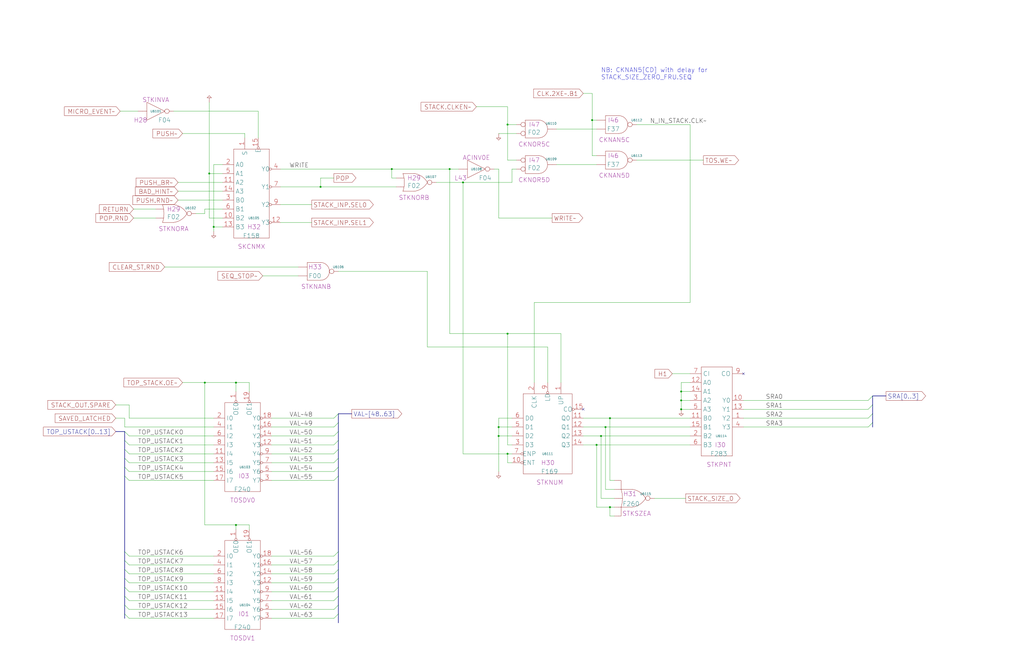
<source format=kicad_sch>
(kicad_sch (version 20250114) (generator "eeschema") (generator_version "9.0")
  (paper "User" 584.2 378.46)
  (title_block (title "MICRO STACK CONTROL") (date "22-MAY-90") (rev "1.0") (comment 1 "SEQUENCER") (comment 2 "232-003064") (comment 3 "S400") (comment 4 "RELEASED"))
  (lib_symbols
    (symbol "r1000:F00" (pin_numbers (hide yes)) (pin_names (hide yes))
      (property "Reference" "U" (at 15.24 0 0))
      (property "Value" "F00" (at 1.905 -5.08 0))
      (property "Location" "___" (at 1.905 0 0))
      (property "Name" "______" (at 2.54 -12.7 0))
      (symbol "F00_0_1"
        (polyline (pts (xy -2.54 2.54) (xy -2.54 -7.62)) (stroke (width 0.1524)))
        (polyline (pts (xy -2.54 2.54) (xy 5.08 2.54)) (stroke (width 0.1524)))
        (polyline (pts (xy -2.54 -7.62) (xy 5.08 -7.62)) (stroke (width 0.1524)))
        (arc (start 5.08 2.54) (mid 10.1281 -2.54) (end 5.08 -7.62) (stroke (width 0.1524)))
        (circle (center 11.43 -2.54) (radius 1.27) (stroke (width 0.1524)))
      )
      (symbol "F00_0_2"
        (arc (start -3.175 2.54) (mid -2.134 -2.54) (end -3.175 -7.62) (stroke (width 0.1524)))
        (circle (center -3.81 0) (radius 1.27) (stroke (width 0.1524)))
        (circle (center -3.81 -5.08) (radius 1.27) (stroke (width 0.1524)))
        (polyline (pts (xy -3.175 2.54) (xy 3.81 2.54)) (stroke (width 0.1524)))
        (polyline (pts (xy -3.175 -7.62) (xy 3.81 -7.62)) (stroke (width 0.1524)))
        (arc (start 3.81 2.54) (mid 7.5828 0.7472) (end 10.16 -2.54) (stroke (width 0.1524)))
        (arc (start 10.16 -2.54) (mid 7.5855 -5.8306) (end 3.81 -7.62) (stroke (width 0.1524)))
      )
      (symbol "F00_1_1"
        (pin input line (at -7.62 0 0) (length 5.08) (name "D0") (number "1"))
        (pin input line (at -7.62 -5.08 0) (length 5.08) (name "D1") (number "2"))
        (pin output line (at 15.24 -2.54 180) (length 2.54) (name "Q") (number "3"))
      )
      (symbol "F00_1_2"
        (pin input line (at -7.62 0 0) (length 2.54) (name "D0") (number "1"))
        (pin input line (at -7.62 -5.08 0) (length 2.54) (name "D1") (number "2"))
        (pin output line (at 15.24 -2.54 180) (length 5.08) (name "Q") (number "3"))
      )
    )
    (symbol "r1000:F02" (pin_numbers (hide yes)) (pin_names (hide yes))
      (property "Reference" "U" (at 12.16 0.635 0))
      (property "Value" "F02" (at -1.27 -4.445 0))
      (property "Location" "___" (at 2.54 0 0))
      (property "Name" "______" (at 2.54 -12.7 0))
      (symbol "F02_0_1"
        (arc (start -3.81 2.54) (mid -2.9847 -2.54) (end -3.81 -7.62) (stroke (width 0.1524)))
        (polyline (pts (xy -5.08 0) (xy -3.175 0)) (stroke (width 0.1524)))
        (polyline (pts (xy -5.08 -5.08) (xy -3.175 -5.08)) (stroke (width 0.1524)))
        (polyline (pts (xy -3.81 2.54) (xy 2.54 2.54)) (stroke (width 0.1524)))
        (polyline (pts (xy -3.81 -7.62) (xy 2.54 -7.62)) (stroke (width 0.1524)))
        (arc (start 2.54 2.54) (mid 6.9477 0.8966) (end 10.16 -2.54) (stroke (width 0.1524)))
        (arc (start 10.16 -2.54) (mid 6.9515 -5.9823) (end 2.54 -7.62) (stroke (width 0.1524)))
        (circle (center 11.43 -2.54) (radius 1.27) (stroke (width 0.1524)))
        (polyline (pts (xy 13.97 -2.54) (xy 12.7 -2.54)) (stroke (width 0.1524)))
      )
      (symbol "F02_0_2"
        (circle (center -3.81 0) (radius 1.27) (stroke (width 0.1524)))
        (circle (center -3.81 -5.08) (radius 1.27) (stroke (width 0.1524)))
        (polyline (pts (xy -2.54 2.54) (xy -2.54 -7.62)) (stroke (width 0.1524)))
        (polyline (pts (xy -2.54 2.54) (xy 5.08 2.54)) (stroke (width 0.1524)))
        (polyline (pts (xy -2.54 -7.62) (xy 5.08 -7.62)) (stroke (width 0.1524)))
        (arc (start 5.08 2.54) (mid 10.1281 -2.54) (end 5.08 -7.62) (stroke (width 0.1524)))
        (polyline (pts (xy 11.43 -2.54) (xy 10.16 -2.54)) (stroke (width 0.1524)))
        (polyline (pts (xy 11.43 -2.54) (xy 12.7 -2.54)) (stroke (width 0.1524)))
      )
      (symbol "F02_1_1"
        (pin input line (at -7.62 0 0) (length 2.54) (name "D0") (number "1"))
        (pin input line (at -7.62 -5.08 0) (length 2.54) (name "D1") (number "2"))
        (pin output line (at 15.24 -2.54 180) (length 1.27) (name "Q") (number "3"))
      )
      (symbol "F02_1_2"
        (pin input line (at -7.62 0 0) (length 2.54) (name "D0") (number "1"))
        (pin input line (at -7.62 -5.08 0) (length 2.54) (name "D1") (number "2"))
        (pin output line (at 15.24 -2.54 180) (length 2.54) (name "Q") (number "3"))
      )
    )
    (symbol "r1000:F04" (pin_numbers (hide yes)) (pin_names (hide yes))
      (property "Reference" "U" (at 0 0 0))
      (property "Value" "F04" (at 1.27 -5.08 0))
      (property "Location" "___" (at -12.7 -5.08 0))
      (property "Name" "______" (at 0 5.08 0))
      (symbol "F04_0_1"
        (polyline (pts (xy -7.62 0) (xy -5.08 0)) (stroke (width 0.1524)))
        (polyline (pts (xy -5.08 5.08) (xy -5.08 -5.08)) (stroke (width 0.1524)))
        (polyline (pts (xy 5.08 0) (xy -5.08 5.08)) (stroke (width 0.1524)))
        (polyline (pts (xy 5.08 0) (xy -5.08 -5.08)) (stroke (width 0.1524)))
        (circle (center 6.35 0) (radius 1.27) (stroke (width 0.1524)))
      )
      (symbol "F04_1_1"
        (pin input line (at -10.16 0 0) (length 2.54) (name "D0") (number "1"))
        (pin output line (at 10.16 0 180) (length 2.54) (name "Q") (number "2"))
      )
    )
    (symbol "r1000:F158" (pin_names (offset 1.016))
      (property "Reference" "U" (at 2.54 5.08 0))
      (property "Value" "F158" (at -3.81 -5.08 0))
      (property "Location" "___" (at -1.27 0 0))
      (property "Name" "______" (at 1.27 -12.7 0))
      (symbol "F158_1_1"
        (rectangle (start -8.89 44.45) (end 11.43 -6.35))
        (circle (center 5.08 45.085) (radius 0.635))
        (circle (center 12.065 33.02) (radius 0.635))
        (circle (center 12.065 22.86) (radius 0.635))
        (circle (center 12.065 12.7) (radius 0.635))
        (circle (center 12.065 2.54) (radius 0.635))
        (pin input line (at -15.24 35.56 0) (length 6.35) (name "A0") (number "2"))
        (pin input line (at -15.24 30.48 0) (length 6.35) (name "A1") (number "5"))
        (pin input line (at -15.24 25.4 0) (length 6.35) (name "A2") (number "11"))
        (pin input line (at -15.24 20.32 0) (length 6.35) (name "A3") (number "14"))
        (pin input line (at -15.24 15.24 0) (length 6.35) (name "B0") (number "3"))
        (pin input line (at -15.24 10.16 0) (length 6.35) (name "B1") (number "6"))
        (pin input line (at -15.24 5.08 0) (length 6.35) (name "B2") (number "10"))
        (pin input line (at -15.24 0 0) (length 6.35) (name "B3") (number "13"))
        (pin input line (at -2.54 50.8 270) (length 6.35) (name "S") (number "1"))
        (pin input line (at 5.08 50.8 270) (length 5.08) (name "E") (number "15"))
        (pin output line (at 17.78 33.02 180) (length 5.08) (name "Y0") (number "4"))
        (pin output line (at 17.78 22.86 180) (length 5.08) (name "Y1") (number "7"))
        (pin output line (at 17.78 12.7 180) (length 5.08) (name "Y2") (number "9"))
        (pin output line (at 17.78 2.54 180) (length 5.08) (name "Y3") (number "12"))
      )
    )
    (symbol "r1000:F169" (pin_names (offset 1.016))
      (property "Reference" "U" (at 2.54 5.08 0))
      (property "Value" "F169" (at -1.27 -5.08 0))
      (property "Location" "___" (at -1.27 0 0))
      (property "Name" "______" (at 3.81 -12.7 0))
      (symbol "F169_1_1"
        (circle (center -12.065 5.08) (radius 0.635))
        (circle (center -12.065 0) (radius 0.635))
        (rectangle (start -11.43 39.37) (end 16.51 -6.35))
        (circle (center 2.54 40.005) (radius 0.635))
        (circle (center 17.145 30.48) (radius 0.635))
        (pin input line (at -17.78 25.4 0) (length 6.35) (name "D0") (number "6"))
        (pin input line (at -17.78 20.32 0) (length 6.35) (name "D1") (number "5"))
        (pin input line (at -17.78 15.24 0) (length 6.35) (name "D2") (number "4"))
        (pin input line (at -17.78 10.16 0) (length 6.35) (name "D3") (number "3"))
        (pin input line (at -17.78 5.08 0) (length 5.08) (name "ENP") (number "7"))
        (pin input line (at -17.78 0 0) (length 5.08) (name "ENT") (number "10"))
        (pin input line (at -5.08 45.72 270) (length 6.35) (name "CLK") (number "2"))
        (pin input line (at 2.54 45.72 270) (length 5.08) (name "LD") (number "9"))
        (pin input line (at 10.16 45.72 270) (length 6.35) (name "UP") (number "1"))
        (pin output line (at 22.86 30.48 180) (length 5.08) (name "CO") (number "15"))
        (pin output line (at 22.86 25.4 180) (length 6.35) (name "Q0") (number "11"))
        (pin output line (at 22.86 20.32 180) (length 6.35) (name "Q1") (number "12"))
        (pin output line (at 22.86 15.24 180) (length 6.35) (name "Q2") (number "13"))
        (pin output line (at 22.86 10.16 180) (length 6.35) (name "Q3") (number "14"))
      )
    )
    (symbol "r1000:F240" (pin_names (offset 1.016))
      (property "Reference" "U" (at 2.54 5.08 0))
      (property "Value" "F240" (at -3.81 -7.62 0))
      (property "Location" "___" (at -1.27 0 0))
      (property "Name" "______" (at 1.27 -15.24 0))
      (symbol "F240_1_1"
        (rectangle (start -8.89 41.91) (end 11.43 -8.89))
        (circle (center -2.54 42.545) (radius 0.635))
        (circle (center 5.08 42.545) (radius 0.635))
        (circle (center 12.065 33.02) (radius 0.635))
        (circle (center 12.065 27.94) (radius 0.635))
        (circle (center 12.065 22.86) (radius 0.635))
        (circle (center 12.065 17.78) (radius 0.635))
        (circle (center 12.065 12.7) (radius 0.635))
        (circle (center 12.065 7.62) (radius 0.635))
        (circle (center 12.065 2.54) (radius 0.635))
        (circle (center 12.065 -2.54) (radius 0.635))
        (pin input line (at -15.24 33.02 0) (length 6.35) (name "I0") (number "2"))
        (pin input line (at -15.24 27.94 0) (length 6.35) (name "I1") (number "4"))
        (pin input line (at -15.24 22.86 0) (length 6.35) (name "I2") (number "6"))
        (pin input line (at -15.24 17.78 0) (length 6.35) (name "I3") (number "8"))
        (pin input line (at -15.24 12.7 0) (length 6.35) (name "I4") (number "11"))
        (pin input line (at -15.24 7.62 0) (length 6.35) (name "I5") (number "13"))
        (pin input line (at -15.24 2.54 0) (length 6.35) (name "I6") (number "15"))
        (pin input line (at -15.24 -2.54 0) (length 6.35) (name "I7") (number "17"))
        (pin input line (at -2.54 48.26 270) (length 5.08) (name "OE0") (number "1"))
        (pin input line (at 5.08 48.26 270) (length 5.08) (name "OE1") (number "19"))
        (pin tri_state line (at 17.78 33.02 180) (length 5.08) (name "Y0") (number "18"))
        (pin tri_state line (at 17.78 27.94 180) (length 5.08) (name "Y1") (number "16"))
        (pin tri_state line (at 17.78 22.86 180) (length 5.08) (name "Y2") (number "14"))
        (pin tri_state line (at 17.78 17.78 180) (length 5.08) (name "Y3") (number "12"))
        (pin tri_state line (at 17.78 12.7 180) (length 5.08) (name "Y4") (number "9"))
        (pin tri_state line (at 17.78 7.62 180) (length 5.08) (name "Y5") (number "7"))
        (pin tri_state line (at 17.78 2.54 180) (length 5.08) (name "Y6") (number "5"))
        (pin tri_state line (at 17.78 -2.54 180) (length 5.08) (name "Y7") (number "3"))
      )
    )
    (symbol "r1000:F260" (pin_numbers (hide yes)) (pin_names (hide yes))
      (property "Reference" "U" (at 10.16 0 0))
      (property "Value" "F260" (at 1.905 -5.715 0))
      (property "Location" "___" (at 1.27 0 0))
      (property "Name" "______" (at 5.08 -12.7 0))
      (symbol "F260_0_1"
        (arc (start -3.8173 2.54) (mid -2.9926 -2.54) (end -3.8173 -7.62) (stroke (width 0.1524)))
        (polyline (pts (xy -5.08 7.62) (xy -3.81 7.62) (xy -3.81 2.54)) (stroke (width 0.1524)))
        (polyline (pts (xy -5.08 2.54) (xy -3.81 2.54)) (stroke (width 0.1524)))
        (polyline (pts (xy -5.08 -2.54) (xy -3.0226 -2.54)) (stroke (width 0.1524)))
        (polyline (pts (xy -5.08 -7.62) (xy -3.81 -7.62)) (stroke (width 0.1524)))
        (polyline (pts (xy -5.08 -12.7) (xy -3.81 -12.7) (xy -3.81 -7.62)) (stroke (width 0.1524)))
        (polyline (pts (xy -3.81 2.54) (xy 2.54 2.54)) (stroke (width 0.1524)))
        (polyline (pts (xy -3.81 -7.62) (xy 2.54 -7.62)) (stroke (width 0.1524)))
        (arc (start 10.16 -2.54) (mid 6.9504 -5.9807) (end 2.54 -7.62) (stroke (width 0.1524)))
        (arc (start 2.54 2.54) (mid 6.9516 0.9024) (end 10.16 -2.54) (stroke (width 0.1524)))
        (circle (center 11.43 -2.54) (radius 1.27) (stroke (width 0.1524)))
      )
      (symbol "F260_0_2"
        (circle (center -6.35 7.62) (radius 1.27) (stroke (width 0.1524)))
        (circle (center -6.35 2.54) (radius 1.27) (stroke (width 0.1524)))
        (circle (center -6.35 -2.54) (radius 1.27) (stroke (width 0.1524)))
        (circle (center -6.35 -7.62) (radius 1.27) (stroke (width 0.1524)))
        (circle (center -6.35 -12.7) (radius 1.27) (stroke (width 0.1524)))
        (polyline (pts (xy -5.08 2.54) (xy 2.54 2.54)) (stroke (width 0.1524)))
        (polyline (pts (xy -5.08 -7.62) (xy 2.54 -7.62)) (stroke (width 0.1524)))
        (polyline (pts (xy -5.08 -13.97) (xy -5.08 8.89)) (stroke (width 0.1524)))
        (arc (start 2.54 2.54) (mid 6.1321 1.0521) (end 7.62 -2.54) (stroke (width 0.1524)))
        (arc (start 7.62 -2.54) (mid 6.1321 -6.1321) (end 2.54 -7.62) (stroke (width 0.1524)))
      )
      (symbol "F260_1_1"
        (pin input line (at -7.62 7.62 0) (length 2.54) (name "D0") (number "12"))
        (pin input line (at -7.62 2.54 0) (length 2.54) (name "D1") (number "13"))
        (pin input line (at -7.62 -2.54 0) (length 2.54) (name "D2") (number "1"))
        (pin input line (at -7.62 -7.62 0) (length 2.54) (name "D3") (number "2"))
        (pin input line (at -7.62 -12.7 0) (length 2.54) (name "D4") (number "3"))
        (pin output line (at 15.24 -2.54 180) (length 2.54) (name "Q") (number "5"))
      )
      (symbol "F260_1_2"
        (pin input line (at -7.62 7.62 0) (length 0) (name "D0") (number "12"))
        (pin input line (at -7.62 2.54 0) (length 0) (name "D1") (number "13"))
        (pin input line (at -7.62 -2.54 0) (length 0) (name "D2") (number "1"))
        (pin input line (at -7.62 -7.62 0) (length 0) (name "D3") (number "2"))
        (pin input line (at -7.62 -12.7 0) (length 0) (name "D4") (number "3"))
        (pin output line (at 15.24 -2.54 180) (length 7.62) (name "Q") (number "5"))
      )
    )
    (symbol "r1000:F283" (pin_names (offset 1.016))
      (property "Reference" "U" (at 2.54 5.08 0))
      (property "Value" "F283" (at -3.81 -5.08 0))
      (property "Location" "___" (at -1.27 0 0))
      (property "Name" "______" (at 1.27 -12.7 0))
      (symbol "F283_1_1"
        (rectangle (start -8.89 44.45) (end 8.89 -6.35))
        (pin input line (at -15.24 40.64 0) (length 6.35) (name "CI") (number "7"))
        (pin input line (at -15.24 35.56 0) (length 6.35) (name "A0") (number "12"))
        (pin input line (at -15.24 30.48 0) (length 6.35) (name "A1") (number "14"))
        (pin input line (at -15.24 25.4 0) (length 6.35) (name "A2") (number "3"))
        (pin input line (at -15.24 20.32 0) (length 6.35) (name "A3") (number "5"))
        (pin input line (at -15.24 15.24 0) (length 6.35) (name "B0") (number "11"))
        (pin input line (at -15.24 10.16 0) (length 6.35) (name "B1") (number "15"))
        (pin input line (at -15.24 5.08 0) (length 6.35) (name "B2") (number "2"))
        (pin input line (at -15.24 0 0) (length 6.35) (name "B3") (number "6"))
        (pin output line (at 15.24 40.64 180) (length 6.35) (name "CO") (number "9"))
        (pin output line (at 15.24 25.4 180) (length 6.35) (name "Y0") (number "10"))
        (pin output line (at 15.24 20.32 180) (length 6.35) (name "Y1") (number "13"))
        (pin output line (at 15.24 15.24 180) (length 6.35) (name "Y2") (number "1"))
        (pin output line (at 15.24 10.16 180) (length 6.35) (name "Y3") (number "4"))
      )
    )
    (symbol "r1000:F37" (pin_numbers (hide yes)) (pin_names (offset 0) (hide yes))
      (property "Reference" "U" (at 15.24 0 0))
      (property "Value" "F37" (at 1.905 -5.08 0))
      (property "Location" "___" (at 1.905 0 0))
      (property "Name" "______" (at 2.54 -12.7 0))
      (symbol "F37_0_1"
        (polyline (pts (xy -2.54 2.54) (xy -2.54 -7.62)) (stroke (width 0.1524)))
        (polyline (pts (xy -2.54 2.54) (xy 5.08 2.54)) (stroke (width 0.1524)))
        (polyline (pts (xy -2.54 -7.62) (xy 5.08 -7.62)) (stroke (width 0.1524)))
        (arc (start 5.08 2.54) (mid 10.1281 -2.54) (end 5.08 -7.62) (stroke (width 0.1524)))
        (circle (center 11.43 -2.54) (radius 1.27) (stroke (width 0.1524)))
      )
      (symbol "F37_0_2"
        (arc (start -3.175 2.54) (mid -2.134 -2.54) (end -3.175 -7.62) (stroke (width 0.1524)))
        (circle (center -3.81 0) (radius 1.27) (stroke (width 0.1524)))
        (circle (center -3.81 -5.08) (radius 1.27) (stroke (width 0.1524)))
        (polyline (pts (xy -3.175 2.54) (xy 3.81 2.54)) (stroke (width 0.1524)))
        (polyline (pts (xy -3.175 -7.62) (xy 3.81 -7.62)) (stroke (width 0.1524)))
        (arc (start 3.81 2.54) (mid 7.5828 0.7472) (end 10.16 -2.54) (stroke (width 0.1524)))
        (arc (start 10.16 -2.54) (mid 7.5855 -5.8306) (end 3.81 -7.62) (stroke (width 0.1524)))
      )
      (symbol "F37_1_1"
        (pin input line (at -7.62 0 0) (length 5.08) (name "D0") (number "1"))
        (pin input line (at -7.62 -5.08 0) (length 5.08) (name "D1") (number "2"))
        (pin output line (at 15.24 -2.54 180) (length 2.54) (name "Q") (number "3"))
      )
      (symbol "F37_1_2"
        (pin input line (at -7.62 0 0) (length 2.54) (name "D0") (number "1"))
        (pin input line (at -7.62 -5.08 0) (length 2.54) (name "D1") (number "2"))
        (pin output line (at 15.24 -2.54 180) (length 5.08) (name "Q") (number "3"))
      )
    )
    (symbol "r1000:PD" (power) (pin_numbers (hide yes)) (pin_names (hide yes)) (in_bom no)
      (symbol "PD_0_1"
        (polyline (pts (xy 0 -2.54) (xy 1.27 -2.54) (xy 0 -3.81) (xy -1.27 -2.54) (xy 0 -2.54)) (stroke (width 0.1524)))
      )
      (symbol "PD_1_1"
        (pin power_in line (at 0 0 270) (length 2.54) (name "PD") (number "1"))
      )
    )
    (symbol "r1000:PU" (power) (pin_numbers (hide yes)) (pin_names (hide yes))
      (symbol "PU_0_1"
        (polyline (pts (xy 0 2.54) (xy -1.27 2.54) (xy 0 3.81) (xy 1.27 2.54) (xy 0 2.54)) (stroke (width 0.1524)))
      )
      (symbol "PU_1_1"
        (pin power_in line (at 0 0 90) (length 2.54) (name "PU") (number "1"))
      )
    )
  )
  (text "NB: CKNAN5[CD] with delay for\nSTACK_SIZE_ZERO_FRU.SEQ" (at 342.9 45.72 0) (effects (font (size 2.54 2.54)) (justify left bottom)))
  (junction (at 116.84 218.44))
  (junction (at 256.54 96.52))
  (junction (at 284.48 248.92))
  (junction (at 121.92 129.54))
  (junction (at 337.82 68.58))
  (junction (at 388.62 233.68))
  (junction (at 345.44 243.84))
  (junction (at 289.56 190.5))
  (junction (at 119.38 99.06))
  (junction (at 223.52 96.52))
  (junction (at 347.98 289.56))
  (junction (at 388.62 228.6))
  (junction (at 388.62 223.52))
  (junction (at 264.16 104.14))
  (junction (at 284.48 243.84))
  (junction (at 347.98 238.76))
  (junction (at 182.88 106.68))
  (junction (at 289.56 71.12))
  (junction (at 342.9 248.92))
  (junction (at 340.36 254))
  (junction (at 289.56 259.08))
  (junction (at 134.62 299.72))
  (junction (at 134.62 218.44))
  (no_connect (at 424.18 213.36))
  (no_connect (at 332.74 233.68))
  (bus_entry (at 71.12 350.52) (size 2.54 2.54))
  (bus_entry (at 497.84 226.06) (size -2.54 2.54))
  (bus_entry (at 71.12 261.62) (size 2.54 2.54))
  (bus_entry (at 497.84 236.22) (size -2.54 2.54))
  (bus_entry (at 71.12 320.04) (size 2.54 2.54))
  (bus_entry (at 193.04 340.36) (size -2.54 2.54))
  (bus_entry (at 71.12 256.54) (size 2.54 2.54))
  (bus_entry (at 193.04 345.44) (size -2.54 2.54))
  (bus_entry (at 193.04 335.28) (size -2.54 2.54))
  (bus_entry (at 71.12 266.7) (size 2.54 2.54))
  (bus_entry (at 497.84 241.3) (size -2.54 2.54))
  (bus_entry (at 193.04 256.54) (size -2.54 2.54))
  (bus_entry (at 71.12 325.12) (size 2.54 2.54))
  (bus_entry (at 193.04 325.12) (size -2.54 2.54))
  (bus_entry (at 193.04 261.62) (size -2.54 2.54))
  (bus_entry (at 193.04 320.04) (size -2.54 2.54))
  (bus_entry (at 497.84 231.14) (size -2.54 2.54))
  (bus_entry (at 193.04 251.46) (size -2.54 2.54))
  (bus_entry (at 193.04 246.38) (size -2.54 2.54))
  (bus_entry (at 193.04 314.96) (size -2.54 2.54))
  (bus_entry (at 71.12 271.78) (size 2.54 2.54))
  (bus_entry (at 71.12 340.36) (size 2.54 2.54))
  (bus_entry (at 193.04 330.2) (size -2.54 2.54))
  (bus_entry (at 71.12 345.44) (size 2.54 2.54))
  (bus_entry (at 71.12 251.46) (size 2.54 2.54))
  (bus_entry (at 193.04 236.22) (size -2.54 2.54))
  (bus_entry (at 71.12 246.38) (size 2.54 2.54))
  (bus_entry (at 71.12 314.96) (size 2.54 2.54))
  (bus_entry (at 193.04 350.52) (size -2.54 2.54))
  (bus_entry (at 193.04 271.78) (size -2.54 2.54))
  (bus_entry (at 193.04 266.7) (size -2.54 2.54))
  (bus_entry (at 71.12 335.28) (size 2.54 2.54))
  (bus_entry (at 193.04 241.3) (size -2.54 2.54))
  (bus_entry (at 71.12 330.2) (size 2.54 2.54))
  (wire (pts (xy 142.24 218.44) (xy 142.24 223.52)))
  (wire (pts (xy 134.62 218.44) (xy 142.24 218.44)))
  (wire (pts (xy 154.94 259.08) (xy 190.5 259.08)))
  (wire (pts (xy 383.54 213.36) (xy 393.7 213.36)))
  (bus (pts (xy 193.04 271.78) (xy 193.04 314.96)))
  (wire (pts (xy 73.66 254) (xy 121.92 254)))
  (wire (pts (xy 154.94 269.24) (xy 190.5 269.24)))
  (wire (pts (xy 127 93.98) (xy 121.92 93.98)))
  (wire (pts (xy 160.02 96.52) (xy 223.52 96.52)))
  (wire (pts (xy 424.18 233.68) (xy 495.3 233.68)))
  (bus (pts (xy 193.04 256.54) (xy 193.04 261.62)))
  (wire (pts (xy 101.6 104.14) (xy 127 104.14)))
  (wire (pts (xy 154.94 327.66) (xy 190.5 327.66)))
  (wire (pts (xy 154.94 243.84) (xy 190.5 243.84)))
  (bus (pts (xy 71.12 320.04) (xy 71.12 325.12)))
  (wire (pts (xy 294.64 91.44) (xy 289.56 91.44)))
  (wire (pts (xy 424.18 238.76) (xy 495.3 238.76)))
  (wire (pts (xy 243.84 154.94) (xy 243.84 198.12)))
  (wire (pts (xy 73.66 353.06) (xy 121.92 353.06)))
  (wire (pts (xy 337.82 88.9) (xy 337.82 68.58)))
  (wire (pts (xy 284.48 248.92) (xy 292.1 248.92)))
  (wire (pts (xy 304.8 172.72) (xy 393.7 172.72)))
  (bus (pts (xy 71.12 314.96) (xy 71.12 320.04)))
  (wire (pts (xy 116.84 299.72) (xy 116.84 218.44)))
  (wire (pts (xy 342.9 248.92) (xy 393.7 248.92)))
  (wire (pts (xy 294.64 96.52) (xy 292.1 96.52)))
  (wire (pts (xy 320.04 190.5) (xy 289.56 190.5)))
  (wire (pts (xy 190.5 101.6) (xy 182.88 101.6)))
  (wire (pts (xy 337.82 53.34) (xy 337.82 68.58)))
  (wire (pts (xy 332.74 53.34) (xy 337.82 53.34)))
  (wire (pts (xy 289.56 259.08) (xy 264.16 259.08)))
  (bus (pts (xy 71.12 330.2) (xy 71.12 335.28)))
  (wire (pts (xy 182.88 101.6) (xy 182.88 106.68)))
  (wire (pts (xy 93.98 152.4) (xy 170.18 152.4)))
  (wire (pts (xy 243.84 198.12) (xy 312.42 198.12)))
  (wire (pts (xy 154.94 264.16) (xy 190.5 264.16)))
  (wire (pts (xy 363.22 71.12) (xy 393.7 71.12)))
  (bus (pts (xy 71.12 345.44) (xy 71.12 350.52)))
  (wire (pts (xy 292.1 264.16) (xy 289.56 264.16)))
  (bus (pts (xy 193.04 241.3) (xy 193.04 246.38)))
  (wire (pts (xy 193.04 154.94) (xy 243.84 154.94)))
  (wire (pts (xy 317.5 73.66) (xy 340.36 73.66)))
  (wire (pts (xy 347.98 294.64) (xy 347.98 289.56)))
  (wire (pts (xy 350.52 279.4) (xy 345.44 279.4)))
  (wire (pts (xy 424.18 228.6) (xy 495.3 228.6)))
  (wire (pts (xy 284.48 76.2) (xy 294.64 76.2)))
  (wire (pts (xy 292.1 254) (xy 289.56 254)))
  (bus (pts (xy 193.04 350.52) (xy 193.04 355.6)))
  (wire (pts (xy 121.92 93.98) (xy 121.92 129.54)))
  (wire (pts (xy 223.52 101.6) (xy 223.52 96.52)))
  (bus (pts (xy 193.04 345.44) (xy 193.04 350.52)))
  (wire (pts (xy 340.36 254) (xy 340.36 289.56)))
  (wire (pts (xy 147.32 63.5) (xy 147.32 78.74)))
  (wire (pts (xy 424.18 243.84) (xy 495.3 243.84)))
  (wire (pts (xy 73.66 317.5) (xy 121.92 317.5)))
  (bus (pts (xy 193.04 246.38) (xy 193.04 251.46)))
  (wire (pts (xy 388.62 223.52) (xy 388.62 228.6)))
  (wire (pts (xy 337.82 68.58) (xy 340.36 68.58)))
  (wire (pts (xy 154.94 353.06) (xy 190.5 353.06)))
  (wire (pts (xy 317.5 93.98) (xy 340.36 93.98)))
  (wire (pts (xy 289.56 190.5) (xy 256.54 190.5)))
  (wire (pts (xy 73.66 259.08) (xy 121.92 259.08)))
  (bus (pts (xy 193.04 251.46) (xy 193.04 256.54)))
  (bus (pts (xy 497.84 226.06) (xy 505.46 226.06)))
  (wire (pts (xy 154.94 337.82) (xy 190.5 337.82)))
  (bus (pts (xy 71.12 256.54) (xy 71.12 261.62)))
  (wire (pts (xy 347.98 289.56) (xy 350.52 289.56)))
  (wire (pts (xy 304.8 172.72) (xy 304.8 218.44)))
  (wire (pts (xy 139.7 78.74) (xy 139.7 76.2)))
  (wire (pts (xy 66.04 238.76) (xy 71.12 238.76)))
  (wire (pts (xy 345.44 243.84) (xy 393.7 243.84)))
  (wire (pts (xy 256.54 96.52) (xy 261.62 96.52)))
  (wire (pts (xy 393.7 218.44) (xy 388.62 218.44)))
  (wire (pts (xy 71.12 243.84) (xy 71.12 238.76)))
  (wire (pts (xy 73.66 332.74) (xy 121.92 332.74)))
  (wire (pts (xy 350.52 294.64) (xy 347.98 294.64)))
  (wire (pts (xy 393.7 172.72) (xy 393.7 71.12)))
  (wire (pts (xy 264.16 259.08) (xy 264.16 104.14)))
  (wire (pts (xy 292.1 104.14) (xy 264.16 104.14)))
  (wire (pts (xy 388.62 228.6) (xy 388.62 233.68)))
  (wire (pts (xy 73.66 264.16) (xy 121.92 264.16)))
  (wire (pts (xy 154.94 342.9) (xy 190.5 342.9)))
  (wire (pts (xy 226.06 101.6) (xy 223.52 101.6)))
  (wire (pts (xy 121.92 129.54) (xy 121.92 132.08)))
  (wire (pts (xy 284.48 243.84) (xy 284.48 248.92)))
  (bus (pts (xy 193.04 236.22) (xy 200.66 236.22)))
  (wire (pts (xy 73.66 347.98) (xy 121.92 347.98)))
  (wire (pts (xy 312.42 198.12) (xy 312.42 218.44)))
  (wire (pts (xy 160.02 106.68) (xy 182.88 106.68)))
  (bus (pts (xy 71.12 340.36) (xy 71.12 345.44)))
  (wire (pts (xy 223.52 96.52) (xy 256.54 96.52)))
  (wire (pts (xy 284.48 243.84) (xy 292.1 243.84)))
  (wire (pts (xy 73.66 327.66) (xy 121.92 327.66)))
  (wire (pts (xy 393.7 228.6) (xy 388.62 228.6)))
  (wire (pts (xy 350.52 284.48) (xy 342.9 284.48)))
  (bus (pts (xy 193.04 314.96) (xy 193.04 320.04)))
  (wire (pts (xy 160.02 127) (xy 177.8 127)))
  (bus (pts (xy 71.12 325.12) (xy 71.12 330.2)))
  (wire (pts (xy 154.94 238.76) (xy 190.5 238.76)))
  (wire (pts (xy 320.04 218.44) (xy 320.04 190.5)))
  (wire (pts (xy 119.38 99.06) (xy 127 99.06)))
  (wire (pts (xy 292.1 96.52) (xy 292.1 104.14)))
  (wire (pts (xy 104.14 218.44) (xy 116.84 218.44)))
  (bus (pts (xy 193.04 330.2) (xy 193.04 335.28)))
  (wire (pts (xy 271.78 60.96) (xy 289.56 60.96)))
  (wire (pts (xy 111.76 121.92) (xy 116.84 121.92)))
  (wire (pts (xy 127 124.46) (xy 119.38 124.46)))
  (wire (pts (xy 73.66 337.82) (xy 121.92 337.82)))
  (bus (pts (xy 66.04 246.38) (xy 71.12 246.38)))
  (wire (pts (xy 340.36 88.9) (xy 337.82 88.9)))
  (wire (pts (xy 73.66 342.9) (xy 121.92 342.9)))
  (wire (pts (xy 121.92 129.54) (xy 127 129.54)))
  (bus (pts (xy 497.84 226.06) (xy 497.84 231.14)))
  (wire (pts (xy 121.92 243.84) (xy 71.12 243.84)))
  (wire (pts (xy 116.84 119.38) (xy 127 119.38)))
  (wire (pts (xy 66.04 231.14) (xy 73.66 231.14)))
  (wire (pts (xy 373.38 284.48) (xy 391.16 284.48)))
  (wire (pts (xy 154.94 347.98) (xy 190.5 347.98)))
  (wire (pts (xy 134.62 218.44) (xy 134.62 223.52)))
  (wire (pts (xy 73.66 238.76) (xy 73.66 231.14)))
  (wire (pts (xy 388.62 218.44) (xy 388.62 223.52)))
  (wire (pts (xy 284.48 124.46) (xy 314.96 124.46)))
  (wire (pts (xy 340.36 254) (xy 393.7 254)))
  (wire (pts (xy 76.2 124.46) (xy 88.9 124.46)))
  (wire (pts (xy 332.74 243.84) (xy 345.44 243.84)))
  (wire (pts (xy 104.14 76.2) (xy 139.7 76.2)))
  (wire (pts (xy 142.24 302.26) (xy 142.24 299.72)))
  (wire (pts (xy 142.24 299.72) (xy 134.62 299.72)))
  (wire (pts (xy 73.66 274.32) (xy 121.92 274.32)))
  (wire (pts (xy 121.92 238.76) (xy 73.66 238.76)))
  (wire (pts (xy 101.6 114.3) (xy 127 114.3)))
  (wire (pts (xy 116.84 121.92) (xy 116.84 119.38)))
  (wire (pts (xy 73.66 248.92) (xy 121.92 248.92)))
  (bus (pts (xy 193.04 340.36) (xy 193.04 345.44)))
  (wire (pts (xy 160.02 116.84) (xy 177.8 116.84)))
  (wire (pts (xy 154.94 254) (xy 190.5 254)))
  (wire (pts (xy 284.48 248.92) (xy 284.48 269.24)))
  (wire (pts (xy 345.44 243.84) (xy 345.44 279.4)))
  (wire (pts (xy 289.56 60.96) (xy 289.56 71.12)))
  (bus (pts (xy 193.04 325.12) (xy 193.04 330.2)))
  (wire (pts (xy 134.62 299.72) (xy 116.84 299.72)))
  (wire (pts (xy 154.94 322.58) (xy 190.5 322.58)))
  (wire (pts (xy 154.94 248.92) (xy 190.5 248.92)))
  (wire (pts (xy 292.1 238.76) (xy 284.48 238.76)))
  (wire (pts (xy 73.66 322.58) (xy 121.92 322.58)))
  (bus (pts (xy 193.04 320.04) (xy 193.04 325.12)))
  (wire (pts (xy 119.38 124.46) (xy 119.38 99.06)))
  (bus (pts (xy 497.84 231.14) (xy 497.84 236.22)))
  (wire (pts (xy 289.56 264.16) (xy 289.56 259.08)))
  (bus (pts (xy 193.04 266.7) (xy 193.04 271.78)))
  (wire (pts (xy 154.94 332.74) (xy 190.5 332.74)))
  (wire (pts (xy 347.98 238.76) (xy 347.98 274.32)))
  (wire (pts (xy 149.86 157.48) (xy 170.18 157.48)))
  (wire (pts (xy 347.98 238.76) (xy 393.7 238.76)))
  (wire (pts (xy 68.58 63.5) (xy 78.74 63.5)))
  (bus (pts (xy 71.12 271.78) (xy 71.12 314.96)))
  (bus (pts (xy 193.04 236.22) (xy 193.04 241.3)))
  (wire (pts (xy 134.62 299.72) (xy 134.62 302.26)))
  (wire (pts (xy 292.1 259.08) (xy 289.56 259.08)))
  (wire (pts (xy 281.94 96.52) (xy 284.48 96.52)))
  (wire (pts (xy 73.66 269.24) (xy 121.92 269.24)))
  (wire (pts (xy 256.54 190.5) (xy 256.54 96.52)))
  (bus (pts (xy 71.12 350.52) (xy 71.12 353.06)))
  (wire (pts (xy 76.2 119.38) (xy 88.9 119.38)))
  (bus (pts (xy 71.12 261.62) (xy 71.12 266.7)))
  (wire (pts (xy 154.94 317.5) (xy 190.5 317.5)))
  (bus (pts (xy 71.12 251.46) (xy 71.12 256.54)))
  (wire (pts (xy 284.48 238.76) (xy 284.48 243.84)))
  (wire (pts (xy 363.22 91.44) (xy 401.32 91.44)))
  (bus (pts (xy 497.84 236.22) (xy 497.84 241.3)))
  (wire (pts (xy 332.74 238.76) (xy 347.98 238.76)))
  (wire (pts (xy 342.9 248.92) (xy 342.9 284.48)))
  (bus (pts (xy 71.12 266.7) (xy 71.12 271.78)))
  (wire (pts (xy 332.74 248.92) (xy 342.9 248.92)))
  (wire (pts (xy 99.06 63.5) (xy 147.32 63.5)))
  (bus (pts (xy 497.84 241.3) (xy 497.84 243.84)))
  (wire (pts (xy 116.84 218.44) (xy 134.62 218.44)))
  (bus (pts (xy 193.04 335.28) (xy 193.04 340.36)))
  (wire (pts (xy 388.62 233.68) (xy 393.7 233.68)))
  (wire (pts (xy 264.16 104.14) (xy 248.92 104.14)))
  (wire (pts (xy 350.52 274.32) (xy 347.98 274.32)))
  (wire (pts (xy 154.94 274.32) (xy 190.5 274.32)))
  (wire (pts (xy 119.38 99.06) (xy 119.38 58.42)))
  (wire (pts (xy 332.74 254) (xy 340.36 254)))
  (bus (pts (xy 71.12 335.28) (xy 71.12 340.36)))
  (wire (pts (xy 284.48 96.52) (xy 284.48 124.46)))
  (bus (pts (xy 193.04 261.62) (xy 193.04 266.7)))
  (wire (pts (xy 289.56 91.44) (xy 289.56 71.12)))
  (wire (pts (xy 101.6 109.22) (xy 127 109.22)))
  (wire (pts (xy 289.56 71.12) (xy 294.64 71.12)))
  (wire (pts (xy 182.88 106.68) (xy 226.06 106.68)))
  (wire (pts (xy 289.56 190.5) (xy 289.56 254)))
  (wire (pts (xy 393.7 223.52) (xy 388.62 223.52)))
  (bus (pts (xy 71.12 246.38) (xy 71.12 251.46)))
  (wire (pts (xy 347.98 289.56) (xy 340.36 289.56)))
  (label "SRA3" (at 436.88 243.84 0) (effects (font (size 2.54 2.54))))
  (label "VAL~63" (at 165.1 353.06 0) (effects (font (size 2.54 2.54))))
  (label "VAL~62" (at 165.1 347.98 0) (effects (font (size 2.54 2.54))))
  (label "VAL~56" (at 165.1 317.5 0) (effects (font (size 2.54 2.54))))
  (label "TOP_USTACK10" (at 78.74 337.82 0) (effects (font (size 2.54 2.54))))
  (label "VAL~55" (at 165.1 274.32 0) (effects (font (size 2.54 2.54))))
  (label "TOP_USTACK4" (at 78.74 269.24 0) (effects (font (size 2.54 2.54))))
  (label "VAL~52" (at 165.1 259.08 0) (effects (font (size 2.54 2.54))))
  (label "VAL~59" (at 165.1 332.74 0) (effects (font (size 2.54 2.54))))
  (label "VAL~60" (at 165.1 337.82 0) (effects (font (size 2.54 2.54))))
  (label "SRA1" (at 436.88 233.68 0) (effects (font (size 2.54 2.54))))
  (label "WRITE" (at 165.1 96.52 0) (effects (font (size 2.54 2.54))))
  (label "TOP_USTACK6" (at 78.74 317.5 0) (effects (font (size 2.54 2.54))))
  (label "TOP_USTACK12" (at 78.74 347.98 0) (effects (font (size 2.54 2.54))))
  (label "TOP_USTACK1" (at 78.74 254 0) (effects (font (size 2.54 2.54))))
  (label "VAL~51" (at 165.1 254 0) (effects (font (size 2.54 2.54))))
  (label "TOP_USTACK9" (at 78.74 332.74 0) (effects (font (size 2.54 2.54))))
  (label "TOP_USTACK7" (at 78.74 322.58 0) (effects (font (size 2.54 2.54))))
  (label "VAL~54" (at 165.1 269.24 0) (effects (font (size 2.54 2.54))))
  (label "TOP_USTACK11" (at 78.74 342.9 0) (effects (font (size 2.54 2.54))))
  (label "TOP_USTACK8" (at 78.74 327.66 0) (effects (font (size 2.54 2.54))))
  (label "TOP_USTACK5" (at 78.74 274.32 0) (effects (font (size 2.54 2.54))))
  (label "TOP_USTACK3" (at 78.74 264.16 0) (effects (font (size 2.54 2.54))))
  (label "VAL~57" (at 165.1 322.58 0) (effects (font (size 2.54 2.54))))
  (label "VAL~48" (at 165.1 238.76 0) (effects (font (size 2.54 2.54))))
  (label "VAL~61" (at 165.1 342.9 0) (effects (font (size 2.54 2.54))))
  (label "VAL~49" (at 165.1 243.84 0) (effects (font (size 2.54 2.54))))
  (label "TOP_USTACK13" (at 78.74 353.06 0) (effects (font (size 2.54 2.54))))
  (label "TOP_USTACK2" (at 78.74 259.08 0) (effects (font (size 2.54 2.54))))
  (label "VAL~53" (at 165.1 264.16 0) (effects (font (size 2.54 2.54))))
  (label "VAL~50" (at 165.1 248.92 0) (effects (font (size 2.54 2.54))))
  (label "VAL~58" (at 165.1 327.66 0) (effects (font (size 2.54 2.54))))
  (label "SRA0" (at 436.88 228.6 0) (effects (font (size 2.54 2.54))))
  (label "SRA2" (at 436.88 238.76 0) (effects (font (size 2.54 2.54))))
  (label "TOP_USTACK0" (at 78.74 248.92 0) (effects (font (size 2.54 2.54))))
  (label "N_IN_STACK.CLK~" (at 370.84 71.12 0) (effects (font (size 2.54 2.54))))
  (global_label "SEQ_STOP~" (shape input) (at 149.86 157.48 180) (effects (font (size 2.54 2.54))) (property "Intersheetrefs" "${INTERSHEET_REFS}" (at 124.3511 157.3213 0) (effects (font (size 1.905 1.905)) (justify right))))
  (global_label "RETURN" (shape input) (at 76.2 119.38 180) (effects (font (size 2.54 2.54))) (property "Intersheetrefs" "${INTERSHEET_REFS}" (at 56.7388 119.2213 0) (effects (font (size 1.905 1.905)) (justify right))))
  (global_label "CLEAR_ST.RND" (shape input) (at 93.98 152.4 180) (effects (font (size 2.54 2.54))) (property "Intersheetrefs" "${INTERSHEET_REFS}" (at 62.3026 152.2413 0) (effects (font (size 1.905 1.905)) (justify right))))
  (global_label "BAD_HINT~" (shape input) (at 101.6 109.22 180) (effects (font (size 2.54 2.54))) (property "Intersheetrefs" "${INTERSHEET_REFS}" (at 77.3007 109.0613 0) (effects (font (size 1.905 1.905)) (justify right))))
  (global_label "POP.RND" (shape input) (at 76.2 124.46 180) (effects (font (size 2.54 2.54))) (property "Intersheetrefs" "${INTERSHEET_REFS}" (at 54.6826 124.3013 0) (effects (font (size 1.905 1.905)) (justify right))))
  (global_label "MICRO_EVENT~" (shape input) (at 68.58 63.5 180) (effects (font (size 2.54 2.54))) (property "Intersheetrefs" "${INTERSHEET_REFS}" (at 36.7816 63.3413 0) (effects (font (size 1.905 1.905)) (justify right))))
  (global_label "TOP_USTACK[0..13]" (shape input) (at 66.04 246.38 180) (effects (font (size 2.54 2.54))) (property "Intersheetrefs" "${INTERSHEET_REFS}" (at 24.8073 246.2213 0) (effects (font (size 1.905 1.905)) (justify right))))
  (global_label "PUSH~" (shape input) (at 104.14 76.2 180) (effects (font (size 2.54 2.54))) (property "Intersheetrefs" "${INTERSHEET_REFS}" (at 87.2188 76.0413 0) (effects (font (size 1.905 1.905)) (justify right))))
  (global_label "PUSH_BR~" (shape input) (at 101.6 104.14 180) (effects (font (size 2.54 2.54))) (property "Intersheetrefs" "${INTERSHEET_REFS}" (at 77.6635 103.9813 0) (effects (font (size 1.905 1.905)) (justify right))))
  (global_label "TOP_STACK.OE~" (shape input) (at 104.14 218.44 180) (effects (font (size 2.54 2.54))) (property "Intersheetrefs" "${INTERSHEET_REFS}" (at 70.6483 218.2813 0) (effects (font (size 1.905 1.905)) (justify right))))
  (global_label "STACK_SIZE_0" (shape output) (at 391.16 284.48 0) (effects (font (size 2.54 2.54))) (property "Intersheetrefs" "${INTERSHEET_REFS}" (at 422.2327 284.3213 0) (effects (font (size 1.905 1.905)) (justify left))))
  (global_label "WRITE~" (shape output) (at 314.96 124.46 0) (effects (font (size 2.54 2.54))) (property "Intersheetrefs" "${INTERSHEET_REFS}" (at 332.486 124.3013 0) (effects (font (size 1.905 1.905)) (justify left))))
  (global_label "SAVED_LATCHED" (shape input) (at 66.04 238.76 180) (effects (font (size 2.54 2.54))) (property "Intersheetrefs" "${INTERSHEET_REFS}" (at 31.4597 238.6013 0) (effects (font (size 1.905 1.905)) (justify right))))
  (global_label "STACK_INP.SEL0" (shape output) (at 177.8 116.84 0) (effects (font (size 2.54 2.54))) (property "Intersheetrefs" "${INTERSHEET_REFS}" (at 212.985 116.6813 0) (effects (font (size 1.905 1.905)) (justify left))))
  (global_label "STACK.CLKEN~" (shape input) (at 271.78 60.96 180) (effects (font (size 2.54 2.54))) (property "Intersheetrefs" "${INTERSHEET_REFS}" (at 240.2235 60.8013 0) (effects (font (size 1.905 1.905)) (justify right))))
  (global_label "STACK_OUT.SPARE" (shape input) (at 66.04 231.14 180) (effects (font (size 2.54 2.54))) (property "Intersheetrefs" "${INTERSHEET_REFS}" (at 27.2264 230.9813 0) (effects (font (size 1.905 1.905)) (justify right))))
  (global_label "TOS.WE~" (shape output) (at 401.32 91.44 0) (effects (font (size 2.54 2.54))) (property "Intersheetrefs" "${INTERSHEET_REFS}" (at 421.386 91.2813 0) (effects (font (size 1.905 1.905)) (justify left))))
  (global_label "PUSH.RND~" (shape input) (at 101.6 114.3 180) (effects (font (size 2.54 2.54))) (property "Intersheetrefs" "${INTERSHEET_REFS}" (at 75.7283 114.1413 0) (effects (font (size 1.905 1.905)) (justify right))))
  (global_label "STACK_INP.SEL1" (shape output) (at 177.8 127 0) (effects (font (size 2.54 2.54))) (property "Intersheetrefs" "${INTERSHEET_REFS}" (at 212.985 126.8413 0) (effects (font (size 1.905 1.905)) (justify left))))
  (global_label "H1" (shape input) (at 383.54 213.36 180) (effects (font (size 2.54 2.54))) (property "Intersheetrefs" "${INTERSHEET_REFS}" (at 373.634 213.2013 0) (effects (font (size 1.905 1.905)) (justify right))))
  (global_label "CLK.2XE~.B1" (shape input) (at 332.74 53.34 180) (effects (font (size 2.54 2.54))) (property "Intersheetrefs" "${INTERSHEET_REFS}" (at 304.4492 53.1813 0) (effects (font (size 1.905 1.905)) (justify right))))
  (global_label "SRA[0..3]" (shape output) (at 505.46 226.06 0) (effects (font (size 2.54 2.54))) (property "Intersheetrefs" "${INTERSHEET_REFS}" (at 528.447 225.9013 0) (effects (font (size 1.905 1.905)) (justify left))))
  (global_label "VAL~[48..63]" (shape output) (at 200.66 236.22 0) (effects (font (size 2.54 2.54))) (property "Intersheetrefs" "${INTERSHEET_REFS}" (at 229.1927 236.0613 0) (effects (font (size 1.905 1.905)) (justify left))))
  (global_label "POP" (shape output) (at 190.5 101.6 0) (effects (font (size 2.54 2.54))) (property "Intersheetrefs" "${INTERSHEET_REFS}" (at 203.067 101.4413 0) (effects (font (size 1.905 1.905)) (justify left))))
  (symbol (lib_id "r1000:F00") (at 177.8 152.4 0) (unit 1)
    (property "Reference" "U6106" (at 193.04 152.4 0))
    (property "Value" "F00" (at 179.705 157.48 0) (effects (font (size 2.54 2.54))))
    (property "Location" "H33" (at 179.705 152.4 0) (effects (font (size 2.54 2.54))))
    (property "Name" "STKNANB" (at 180.34 165.1 0) (effects (font (size 2.54 2.54)) (justify bottom)))
  )
  (symbol (lib_id "r1000:F04") (at 271.78 96.52 0) (unit 1)
    (property "Reference" "U6108" (at 271.78 96.52 0))
    (property "Value" "F04" (at 273.05 101.6 0) (effects (font (size 2.54 2.54)) (justify left)))
    (property "Location" "L43" (at 259.08 101.6 0) (effects (font (size 2.54 2.54)) (justify left)))
    (property "Name" "ACINV0E" (at 271.78 91.44 0) (effects (font (size 2.54 2.54)) (justify bottom)))
  )
  (symbol (lib_id "r1000:F04") (at 88.9 63.5 0) (unit 1)
    (property "Reference" "U6101" (at 88.9 63.5 0))
    (property "Value" "F04" (at 90.17 68.58 0) (effects (font (size 2.54 2.54)) (justify left)))
    (property "Location" "H28" (at 76.2 68.58 0) (effects (font (size 2.54 2.54)) (justify left)))
    (property "Name" "STKINVA" (at 88.9 58.42 0) (effects (font (size 2.54 2.54)) (justify bottom)))
  )
  (symbol (lib_id "r1000:F37") (at 347.98 88.9 0) (unit 1)
    (property "Reference" "U6113" (at 363.22 88.9 0))
    (property "Value" "F37" (at 349.885 93.98 0) (effects (font (size 2.54 2.54))))
    (property "Location" "I46" (at 349.885 88.9 0) (effects (font (size 2.54 2.54))))
    (property "Name" "CKNAN5D" (at 350.52 101.6 0) (effects (font (size 2.54 2.54)) (justify bottom)))
  )
  (symbol (lib_id "r1000:F02") (at 233.68 101.6 0) (unit 1)
    (property "Reference" "U6107" (at 245.84 100.965 0))
    (property "Value" "F02" (at 232.41 106.045 0) (effects (font (size 2.54 2.54)) (justify left)))
    (property "Location" "H29" (at 236.22 101.6 0) (effects (font (size 2.54 2.54))))
    (property "Name" "STKNORB" (at 236.22 114.3 0) (effects (font (size 2.54 2.54)) (justify bottom)))
  )
  (symbol (lib_id "r1000:F240") (at 137.16 271.78 0) (unit 1)
    (property "Reference" "U6103" (at 139.7 266.7 0))
    (property "Value" "F240" (at 133.35 279.4 0) (effects (font (size 2.54 2.54)) (justify left)))
    (property "Location" "I03" (at 135.89 271.78 0) (effects (font (size 2.54 2.54)) (justify left)))
    (property "Name" "TOSDV0" (at 138.43 287.02 0) (effects (font (size 2.54 2.54)) (justify bottom)))
  )
  (symbol (lib_id "r1000:F02") (at 96.52 119.38 0) (unit 1)
    (property "Reference" "U6102" (at 108.68 118.745 0))
    (property "Value" "F02" (at 95.25 123.825 0) (effects (font (size 2.54 2.54)) (justify left)))
    (property "Location" "H29" (at 99.06 119.38 0) (effects (font (size 2.54 2.54))))
    (property "Name" "STKNORA" (at 99.06 132.08 0) (effects (font (size 2.54 2.54)) (justify bottom)))
  )
  (symbol (lib_id "r1000:F169") (at 309.88 264.16 0) (unit 1)
    (property "Reference" "U6111" (at 312.42 259.08 0))
    (property "Value" "F169" (at 308.61 269.24 0) (effects (font (size 2.54 2.54)) (justify left)))
    (property "Location" "H30" (at 308.61 264.16 0) (effects (font (size 2.54 2.54)) (justify left)))
    (property "Name" "STKNUM" (at 313.69 276.86 0) (effects (font (size 2.54 2.54)) (justify bottom)))
  )
  (symbol (lib_id "r1000:F240") (at 137.16 350.52 0) (unit 1)
    (property "Reference" "U6104" (at 139.7 345.44 0))
    (property "Value" "F240" (at 133.35 358.14 0) (effects (font (size 2.54 2.54)) (justify left)))
    (property "Location" "I01" (at 135.89 350.52 0) (effects (font (size 2.54 2.54)) (justify left)))
    (property "Name" "TOSDV1" (at 138.43 365.76 0) (effects (font (size 2.54 2.54)) (justify bottom)))
  )
  (symbol (lib_id "r1000:F260") (at 358.14 281.94 0) (unit 1)
    (property "Reference" "U6115" (at 368.3 281.94 0))
    (property "Value" "F260" (at 360.045 287.655 0) (effects (font (size 2.54 2.54))))
    (property "Location" "H31" (at 359.41 281.94 0) (effects (font (size 2.54 2.54))))
    (property "Name" "STKSZEA" (at 363.22 294.64 0) (effects (font (size 2.54 2.54)) (justify bottom)))
  )
  (symbol (lib_id "r1000:F37") (at 347.98 68.58 0) (unit 1)
    (property "Reference" "U6112" (at 363.22 68.58 0))
    (property "Value" "F37" (at 349.885 73.66 0) (effects (font (size 2.54 2.54))))
    (property "Location" "I46" (at 349.885 68.58 0) (effects (font (size 2.54 2.54))))
    (property "Name" "CKNAN5C" (at 350.52 81.28 0) (effects (font (size 2.54 2.54)) (justify bottom)))
  )
  (symbol (lib_id "r1000:F02") (at 302.26 71.12 0) (unit 1) (convert 2)
    (property "Reference" "U6110" (at 314.42 70.485 0))
    (property "Value" "F02" (at 300.99 75.565 0) (effects (font (size 2.54 2.54)) (justify left)))
    (property "Location" "I47" (at 304.8 71.12 0) (effects (font (size 2.54 2.54))))
    (property "Name" "CKNOR5C" (at 304.8 83.82 0) (effects (font (size 2.54 2.54)) (justify bottom)))
  )
  (symbol (lib_id "r1000:PD") (at 284.48 269.24 0) (unit 1) (in_bom no)
    (property "Reference" "#PWR06104" (effects (hide yes)))
    (property "Value" "PD" (effects (hide yes)))
  )
  (symbol (lib_id "r1000:PD") (at 121.92 132.08 0) (unit 1) (in_bom no)
    (property "Reference" "#PWR06102" (effects (hide yes)))
    (property "Value" "PD" (effects (hide yes)))
  )
  (symbol (lib_id "r1000:PU") (at 119.38 58.42 0) (unit 1)
    (property "Reference" "#PWR06101" (effects (hide yes)))
    (property "Value" "PU" (effects (hide yes)))
  )
  (symbol (lib_id "r1000:F158") (at 142.24 129.54 0) (unit 1)
    (property "Reference" "U6105" (at 144.78 124.46 0))
    (property "Value" "F158" (at 138.43 134.62 0) (effects (font (size 2.54 2.54)) (justify left)))
    (property "Location" "H32" (at 140.97 129.54 0) (effects (font (size 2.54 2.54)) (justify left)))
    (property "Name" "SKCNMX" (at 143.51 142.24 0) (effects (font (size 2.54 2.54)) (justify bottom)))
  )
  (symbol (lib_id "r1000:F283") (at 408.94 254 0) (unit 1)
    (property "Reference" "U6114" (at 411.48 248.92 0))
    (property "Value" "F283" (at 405.13 259.08 0) (effects (font (size 2.54 2.54)) (justify left)))
    (property "Location" "I30" (at 407.67 254 0) (effects (font (size 2.54 2.54)) (justify left)))
    (property "Name" "STKPNT" (at 410.21 266.7 0) (effects (font (size 2.54 2.54)) (justify bottom)))
  )
  (symbol (lib_id "r1000:PD") (at 388.62 233.68 0) (unit 1) (in_bom no)
    (property "Reference" "#PWR06105" (effects (hide yes)))
    (property "Value" "PD" (effects (hide yes)))
  )
  (symbol (lib_id "r1000:F02") (at 302.26 91.44 0) (unit 1) (convert 2)
    (property "Reference" "U6109" (at 314.42 90.805 0))
    (property "Value" "F02" (at 300.99 95.885 0) (effects (font (size 2.54 2.54)) (justify left)))
    (property "Location" "I47" (at 304.8 91.44 0) (effects (font (size 2.54 2.54))))
    (property "Name" "CKNOR5D" (at 304.8 104.14 0) (effects (font (size 2.54 2.54)) (justify bottom)))
  )
  (symbol (lib_id "r1000:PD") (at 284.48 76.2 0) (unit 1) (in_bom no)
    (property "Reference" "#PWR06103" (effects (hide yes)))
    (property "Value" "PD" (effects (hide yes)))
  )
)
</source>
